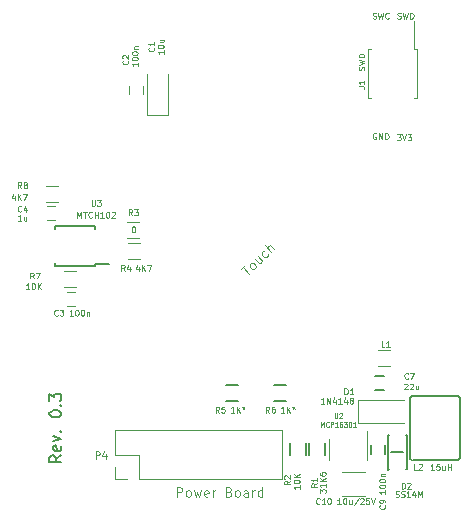
<source format=gto>
G04 #@! TF.GenerationSoftware,KiCad,Pcbnew,5.1.4-e60b266~84~ubuntu18.04.1*
G04 #@! TF.CreationDate,2019-11-18T18:01:23+02:00*
G04 #@! TF.ProjectId,livolo_1_channel_1way_eu_switch,6c69766f-6c6f-45f3-915f-6368616e6e65,rev?*
G04 #@! TF.SameCoordinates,Original*
G04 #@! TF.FileFunction,Legend,Top*
G04 #@! TF.FilePolarity,Positive*
%FSLAX46Y46*%
G04 Gerber Fmt 4.6, Leading zero omitted, Abs format (unit mm)*
G04 Created by KiCad (PCBNEW 5.1.4-e60b266~84~ubuntu18.04.1) date 2019-11-18 18:01:23*
%MOMM*%
%LPD*%
G04 APERTURE LIST*
%ADD10C,0.200000*%
%ADD11C,0.100000*%
%ADD12C,0.120000*%
%ADD13C,0.150000*%
%ADD14C,0.600000*%
%ADD15R,1.500000X1.000000*%
%ADD16R,1.000000X1.500000*%
%ADD17O,1.200000X1.600000*%
%ADD18R,1.000000X2.000000*%
%ADD19R,4.000000X2.000000*%
%ADD20R,1.200000X2.000000*%
%ADD21R,1.200000X1.400000*%
%ADD22R,0.900000X1.200000*%
%ADD23R,0.650000X1.060000*%
%ADD24C,1.500000*%
%ADD25R,1.200000X0.750000*%
%ADD26R,0.750000X1.200000*%
%ADD27R,1.200000X0.900000*%
%ADD28R,0.500000X0.900000*%
%ADD29R,1.260000X1.750000*%
%ADD30R,1.000000X1.600000*%
%ADD31R,1.450000X0.450000*%
G04 APERTURE END LIST*
D10*
X126052380Y-108609523D02*
X125576190Y-108942857D01*
X126052380Y-109180952D02*
X125052380Y-109180952D01*
X125052380Y-108800000D01*
X125100000Y-108704761D01*
X125147619Y-108657142D01*
X125242857Y-108609523D01*
X125385714Y-108609523D01*
X125480952Y-108657142D01*
X125528571Y-108704761D01*
X125576190Y-108800000D01*
X125576190Y-109180952D01*
X126004761Y-107800000D02*
X126052380Y-107895238D01*
X126052380Y-108085714D01*
X126004761Y-108180952D01*
X125909523Y-108228571D01*
X125528571Y-108228571D01*
X125433333Y-108180952D01*
X125385714Y-108085714D01*
X125385714Y-107895238D01*
X125433333Y-107800000D01*
X125528571Y-107752380D01*
X125623809Y-107752380D01*
X125719047Y-108228571D01*
X125385714Y-107419047D02*
X126052380Y-107180952D01*
X125385714Y-106942857D01*
X125957142Y-106561904D02*
X126004761Y-106514285D01*
X126052380Y-106561904D01*
X126004761Y-106609523D01*
X125957142Y-106561904D01*
X126052380Y-106561904D01*
X125052380Y-105133333D02*
X125052380Y-105038095D01*
X125100000Y-104942857D01*
X125147619Y-104895238D01*
X125242857Y-104847619D01*
X125433333Y-104800000D01*
X125671428Y-104800000D01*
X125861904Y-104847619D01*
X125957142Y-104895238D01*
X126004761Y-104942857D01*
X126052380Y-105038095D01*
X126052380Y-105133333D01*
X126004761Y-105228571D01*
X125957142Y-105276190D01*
X125861904Y-105323809D01*
X125671428Y-105371428D01*
X125433333Y-105371428D01*
X125242857Y-105323809D01*
X125147619Y-105276190D01*
X125100000Y-105228571D01*
X125052380Y-105133333D01*
X125957142Y-104371428D02*
X126004761Y-104323809D01*
X126052380Y-104371428D01*
X126004761Y-104419047D01*
X125957142Y-104371428D01*
X126052380Y-104371428D01*
X125052380Y-103990476D02*
X125052380Y-103371428D01*
X125433333Y-103704761D01*
X125433333Y-103561904D01*
X125480952Y-103466666D01*
X125528571Y-103419047D01*
X125623809Y-103371428D01*
X125861904Y-103371428D01*
X125957142Y-103419047D01*
X126004761Y-103466666D01*
X126052380Y-103561904D01*
X126052380Y-103847619D01*
X126004761Y-103942857D01*
X125957142Y-103990476D01*
D11*
X154521428Y-71602380D02*
X154592857Y-71626190D01*
X154711904Y-71626190D01*
X154759523Y-71602380D01*
X154783333Y-71578571D01*
X154807142Y-71530952D01*
X154807142Y-71483333D01*
X154783333Y-71435714D01*
X154759523Y-71411904D01*
X154711904Y-71388095D01*
X154616666Y-71364285D01*
X154569047Y-71340476D01*
X154545238Y-71316666D01*
X154521428Y-71269047D01*
X154521428Y-71221428D01*
X154545238Y-71173809D01*
X154569047Y-71150000D01*
X154616666Y-71126190D01*
X154735714Y-71126190D01*
X154807142Y-71150000D01*
X154973809Y-71126190D02*
X155092857Y-71626190D01*
X155188095Y-71269047D01*
X155283333Y-71626190D01*
X155402380Y-71126190D01*
X155592857Y-71626190D02*
X155592857Y-71126190D01*
X155711904Y-71126190D01*
X155783333Y-71150000D01*
X155830952Y-71197619D01*
X155854761Y-71245238D01*
X155878571Y-71340476D01*
X155878571Y-71411904D01*
X155854761Y-71507142D01*
X155830952Y-71554761D01*
X155783333Y-71602380D01*
X155711904Y-71626190D01*
X155592857Y-71626190D01*
X152719047Y-81350000D02*
X152671428Y-81326190D01*
X152600000Y-81326190D01*
X152528571Y-81350000D01*
X152480952Y-81397619D01*
X152457142Y-81445238D01*
X152433333Y-81540476D01*
X152433333Y-81611904D01*
X152457142Y-81707142D01*
X152480952Y-81754761D01*
X152528571Y-81802380D01*
X152600000Y-81826190D01*
X152647619Y-81826190D01*
X152719047Y-81802380D01*
X152742857Y-81778571D01*
X152742857Y-81611904D01*
X152647619Y-81611904D01*
X152957142Y-81826190D02*
X152957142Y-81326190D01*
X153242857Y-81826190D01*
X153242857Y-81326190D01*
X153480952Y-81826190D02*
X153480952Y-81326190D01*
X153600000Y-81326190D01*
X153671428Y-81350000D01*
X153719047Y-81397619D01*
X153742857Y-81445238D01*
X153766666Y-81540476D01*
X153766666Y-81611904D01*
X153742857Y-81707142D01*
X153719047Y-81754761D01*
X153671428Y-81802380D01*
X153600000Y-81826190D01*
X153480952Y-81826190D01*
X152421428Y-71602380D02*
X152492857Y-71626190D01*
X152611904Y-71626190D01*
X152659523Y-71602380D01*
X152683333Y-71578571D01*
X152707142Y-71530952D01*
X152707142Y-71483333D01*
X152683333Y-71435714D01*
X152659523Y-71411904D01*
X152611904Y-71388095D01*
X152516666Y-71364285D01*
X152469047Y-71340476D01*
X152445238Y-71316666D01*
X152421428Y-71269047D01*
X152421428Y-71221428D01*
X152445238Y-71173809D01*
X152469047Y-71150000D01*
X152516666Y-71126190D01*
X152635714Y-71126190D01*
X152707142Y-71150000D01*
X152873809Y-71126190D02*
X152992857Y-71626190D01*
X153088095Y-71269047D01*
X153183333Y-71626190D01*
X153302380Y-71126190D01*
X153778571Y-71578571D02*
X153754761Y-71602380D01*
X153683333Y-71626190D01*
X153635714Y-71626190D01*
X153564285Y-71602380D01*
X153516666Y-71554761D01*
X153492857Y-71507142D01*
X153469047Y-71411904D01*
X153469047Y-71340476D01*
X153492857Y-71245238D01*
X153516666Y-71197619D01*
X153564285Y-71150000D01*
X153635714Y-71126190D01*
X153683333Y-71126190D01*
X153754761Y-71150000D01*
X153778571Y-71173809D01*
X154480952Y-81426190D02*
X154790476Y-81426190D01*
X154623809Y-81616666D01*
X154695238Y-81616666D01*
X154742857Y-81640476D01*
X154766666Y-81664285D01*
X154790476Y-81711904D01*
X154790476Y-81830952D01*
X154766666Y-81878571D01*
X154742857Y-81902380D01*
X154695238Y-81926190D01*
X154552380Y-81926190D01*
X154504761Y-81902380D01*
X154480952Y-81878571D01*
X154933333Y-81426190D02*
X155100000Y-81926190D01*
X155266666Y-81426190D01*
X155385714Y-81426190D02*
X155695238Y-81426190D01*
X155528571Y-81616666D01*
X155600000Y-81616666D01*
X155647619Y-81640476D01*
X155671428Y-81664285D01*
X155695238Y-81711904D01*
X155695238Y-81830952D01*
X155671428Y-81878571D01*
X155647619Y-81902380D01*
X155600000Y-81926190D01*
X155457142Y-81926190D01*
X155409523Y-81902380D01*
X155385714Y-81878571D01*
D12*
X130590000Y-110610000D02*
X130590000Y-109550000D01*
X131650000Y-110610000D02*
X130590000Y-110610000D01*
X132650000Y-108550000D02*
X132650000Y-110610000D01*
X130590000Y-108550000D02*
X132650000Y-108550000D01*
X130590000Y-106490000D02*
X130590000Y-108550000D01*
X144710000Y-106490000D02*
X130590000Y-106490000D01*
X144710000Y-110610000D02*
X144710000Y-106490000D01*
X132650000Y-110610000D02*
X144710000Y-110610000D01*
X155900000Y-71800000D02*
X155900000Y-74240000D01*
X152040000Y-78360000D02*
X152300000Y-78360000D01*
X152040000Y-74240000D02*
X152040000Y-78360000D01*
X152300000Y-74240000D02*
X152040000Y-74240000D01*
X156160000Y-78360000D02*
X155900000Y-78360000D01*
X156160000Y-74240000D02*
X156160000Y-78360000D01*
X155900000Y-74240000D02*
X156160000Y-74240000D01*
D13*
X155600000Y-108875000D02*
X155775000Y-109000000D01*
X159800000Y-108850000D02*
X159675000Y-109000000D01*
X159675000Y-109000000D02*
X155800000Y-109000000D01*
X159800000Y-103650000D02*
X159600000Y-103550000D01*
X159800000Y-108850000D02*
X159800000Y-103650000D01*
X155800000Y-103550000D02*
X159600000Y-103550000D01*
X155600000Y-108875000D02*
X155600000Y-103675000D01*
X155600000Y-103675000D02*
X155800000Y-103550000D01*
D10*
X155000000Y-108300000D02*
X154000000Y-108300000D01*
D13*
X155300000Y-109800000D02*
X155200000Y-109800000D01*
X155300000Y-106900000D02*
X155300000Y-109800000D01*
X153700000Y-106900000D02*
X153700000Y-109801723D01*
X153800000Y-109800000D02*
X153700000Y-109800000D01*
X153800000Y-106900000D02*
X153700000Y-106900000D01*
X155300000Y-106900000D02*
X155200000Y-106900000D01*
X145425000Y-108600000D02*
X145425000Y-107600000D01*
X146775000Y-107600000D02*
X146775000Y-108600000D01*
D12*
X151910000Y-109000000D02*
X151910000Y-106550000D01*
X148690000Y-107200000D02*
X148690000Y-109000000D01*
D13*
X153350000Y-103100000D02*
X152650000Y-103100000D01*
X152650000Y-101900000D02*
X153350000Y-101900000D01*
X152300000Y-108450000D02*
X152300000Y-107750000D01*
X153500000Y-107750000D02*
X153500000Y-108450000D01*
D12*
X151150000Y-103900000D02*
X155050000Y-103900000D01*
X151150000Y-105900000D02*
X155050000Y-105900000D01*
X151150000Y-103900000D02*
X151150000Y-105900000D01*
D13*
X148375000Y-107600000D02*
X148375000Y-108600000D01*
X147025000Y-108600000D02*
X147025000Y-107600000D01*
X141000000Y-103975000D02*
X140000000Y-103975000D01*
X140000000Y-102625000D02*
X141000000Y-102625000D01*
X144100000Y-102625000D02*
X145100000Y-102625000D01*
X145100000Y-103975000D02*
X144100000Y-103975000D01*
D12*
X153900000Y-101080000D02*
X152900000Y-101080000D01*
X152900000Y-99720000D02*
X153900000Y-99720000D01*
X133300000Y-79750000D02*
X135100000Y-79750000D01*
X135100000Y-79750000D02*
X135100000Y-76300000D01*
X133300000Y-79750000D02*
X133300000Y-76300000D01*
X131800000Y-78050000D02*
X131800000Y-77350000D01*
X133000000Y-77350000D02*
X133000000Y-78050000D01*
X149800000Y-112020000D02*
X151800000Y-112020000D01*
X151800000Y-109980000D02*
X149800000Y-109980000D01*
X126550000Y-94800000D02*
X127250000Y-94800000D01*
X127250000Y-96000000D02*
X126550000Y-96000000D01*
X125550000Y-88700000D02*
X124850000Y-88700000D01*
X124850000Y-87500000D02*
X125550000Y-87500000D01*
X132650000Y-90180000D02*
X131650000Y-90180000D01*
X131650000Y-88820000D02*
X132650000Y-88820000D01*
X131700000Y-90620000D02*
X132700000Y-90620000D01*
X132700000Y-91980000D02*
X131700000Y-91980000D01*
X126300000Y-93020000D02*
X127300000Y-93020000D01*
X127300000Y-94380000D02*
X126300000Y-94380000D01*
X124750000Y-85820000D02*
X125750000Y-85820000D01*
X125750000Y-87180000D02*
X124750000Y-87180000D01*
D13*
X128875000Y-92400000D02*
X130125000Y-92400000D01*
X128875000Y-89225000D02*
X125525000Y-89225000D01*
X128875000Y-92575000D02*
X125525000Y-92575000D01*
X128875000Y-89225000D02*
X128875000Y-89475000D01*
X125525000Y-89225000D02*
X125525000Y-89475000D01*
X125525000Y-92575000D02*
X125525000Y-92325000D01*
X128875000Y-92575000D02*
X128875000Y-92400000D01*
D11*
X128957142Y-108871428D02*
X128957142Y-108271428D01*
X129185714Y-108271428D01*
X129242857Y-108300000D01*
X129271428Y-108328571D01*
X129300000Y-108385714D01*
X129300000Y-108471428D01*
X129271428Y-108528571D01*
X129242857Y-108557142D01*
X129185714Y-108585714D01*
X128957142Y-108585714D01*
X129814285Y-108471428D02*
X129814285Y-108871428D01*
X129671428Y-108242857D02*
X129528571Y-108671428D01*
X129900000Y-108671428D01*
D12*
X135830952Y-112111904D02*
X135830952Y-111311904D01*
X136135714Y-111311904D01*
X136211904Y-111350000D01*
X136250000Y-111388095D01*
X136288095Y-111464285D01*
X136288095Y-111578571D01*
X136250000Y-111654761D01*
X136211904Y-111692857D01*
X136135714Y-111730952D01*
X135830952Y-111730952D01*
X136745238Y-112111904D02*
X136669047Y-112073809D01*
X136630952Y-112035714D01*
X136592857Y-111959523D01*
X136592857Y-111730952D01*
X136630952Y-111654761D01*
X136669047Y-111616666D01*
X136745238Y-111578571D01*
X136859523Y-111578571D01*
X136935714Y-111616666D01*
X136973809Y-111654761D01*
X137011904Y-111730952D01*
X137011904Y-111959523D01*
X136973809Y-112035714D01*
X136935714Y-112073809D01*
X136859523Y-112111904D01*
X136745238Y-112111904D01*
X137278571Y-111578571D02*
X137430952Y-112111904D01*
X137583333Y-111730952D01*
X137735714Y-112111904D01*
X137888095Y-111578571D01*
X138497619Y-112073809D02*
X138421428Y-112111904D01*
X138269047Y-112111904D01*
X138192857Y-112073809D01*
X138154761Y-111997619D01*
X138154761Y-111692857D01*
X138192857Y-111616666D01*
X138269047Y-111578571D01*
X138421428Y-111578571D01*
X138497619Y-111616666D01*
X138535714Y-111692857D01*
X138535714Y-111769047D01*
X138154761Y-111845238D01*
X138878571Y-112111904D02*
X138878571Y-111578571D01*
X138878571Y-111730952D02*
X138916666Y-111654761D01*
X138954761Y-111616666D01*
X139030952Y-111578571D01*
X139107142Y-111578571D01*
X140250000Y-111692857D02*
X140364285Y-111730952D01*
X140402380Y-111769047D01*
X140440476Y-111845238D01*
X140440476Y-111959523D01*
X140402380Y-112035714D01*
X140364285Y-112073809D01*
X140288095Y-112111904D01*
X139983333Y-112111904D01*
X139983333Y-111311904D01*
X140250000Y-111311904D01*
X140326190Y-111350000D01*
X140364285Y-111388095D01*
X140402380Y-111464285D01*
X140402380Y-111540476D01*
X140364285Y-111616666D01*
X140326190Y-111654761D01*
X140250000Y-111692857D01*
X139983333Y-111692857D01*
X140897619Y-112111904D02*
X140821428Y-112073809D01*
X140783333Y-112035714D01*
X140745238Y-111959523D01*
X140745238Y-111730952D01*
X140783333Y-111654761D01*
X140821428Y-111616666D01*
X140897619Y-111578571D01*
X141011904Y-111578571D01*
X141088095Y-111616666D01*
X141126190Y-111654761D01*
X141164285Y-111730952D01*
X141164285Y-111959523D01*
X141126190Y-112035714D01*
X141088095Y-112073809D01*
X141011904Y-112111904D01*
X140897619Y-112111904D01*
X141850000Y-112111904D02*
X141850000Y-111692857D01*
X141811904Y-111616666D01*
X141735714Y-111578571D01*
X141583333Y-111578571D01*
X141507142Y-111616666D01*
X141850000Y-112073809D02*
X141773809Y-112111904D01*
X141583333Y-112111904D01*
X141507142Y-112073809D01*
X141469047Y-111997619D01*
X141469047Y-111921428D01*
X141507142Y-111845238D01*
X141583333Y-111807142D01*
X141773809Y-111807142D01*
X141850000Y-111769047D01*
X142230952Y-112111904D02*
X142230952Y-111578571D01*
X142230952Y-111730952D02*
X142269047Y-111654761D01*
X142307142Y-111616666D01*
X142383333Y-111578571D01*
X142459523Y-111578571D01*
X143069047Y-112111904D02*
X143069047Y-111311904D01*
X143069047Y-112073809D02*
X142992857Y-112111904D01*
X142840476Y-112111904D01*
X142764285Y-112073809D01*
X142726190Y-112035714D01*
X142688095Y-111959523D01*
X142688095Y-111730952D01*
X142726190Y-111654761D01*
X142764285Y-111616666D01*
X142840476Y-111578571D01*
X142992857Y-111578571D01*
X143069047Y-111616666D01*
D11*
X151226190Y-77366666D02*
X151583333Y-77366666D01*
X151654761Y-77390476D01*
X151702380Y-77438095D01*
X151726190Y-77509523D01*
X151726190Y-77557142D01*
X151726190Y-76866666D02*
X151726190Y-77152380D01*
X151726190Y-77009523D02*
X151226190Y-77009523D01*
X151297619Y-77057142D01*
X151345238Y-77104761D01*
X151369047Y-77152380D01*
X151702380Y-75978571D02*
X151726190Y-75907142D01*
X151726190Y-75788095D01*
X151702380Y-75740476D01*
X151678571Y-75716666D01*
X151630952Y-75692857D01*
X151583333Y-75692857D01*
X151535714Y-75716666D01*
X151511904Y-75740476D01*
X151488095Y-75788095D01*
X151464285Y-75883333D01*
X151440476Y-75930952D01*
X151416666Y-75954761D01*
X151369047Y-75978571D01*
X151321428Y-75978571D01*
X151273809Y-75954761D01*
X151250000Y-75930952D01*
X151226190Y-75883333D01*
X151226190Y-75764285D01*
X151250000Y-75692857D01*
X151226190Y-75526190D02*
X151726190Y-75407142D01*
X151369047Y-75311904D01*
X151726190Y-75216666D01*
X151226190Y-75097619D01*
X151726190Y-74907142D02*
X151226190Y-74907142D01*
X151226190Y-74788095D01*
X151250000Y-74716666D01*
X151297619Y-74669047D01*
X151345238Y-74645238D01*
X151440476Y-74621428D01*
X151511904Y-74621428D01*
X151607142Y-74645238D01*
X151654761Y-74669047D01*
X151702380Y-74716666D01*
X151726190Y-74788095D01*
X151726190Y-74907142D01*
X156166666Y-109826190D02*
X155928571Y-109826190D01*
X155928571Y-109326190D01*
X156309523Y-109373809D02*
X156333333Y-109350000D01*
X156380952Y-109326190D01*
X156500000Y-109326190D01*
X156547619Y-109350000D01*
X156571428Y-109373809D01*
X156595238Y-109421428D01*
X156595238Y-109469047D01*
X156571428Y-109540476D01*
X156285714Y-109826190D01*
X156595238Y-109826190D01*
X157616666Y-109826190D02*
X157330952Y-109826190D01*
X157473809Y-109826190D02*
X157473809Y-109326190D01*
X157426190Y-109397619D01*
X157378571Y-109445238D01*
X157330952Y-109469047D01*
X158069047Y-109326190D02*
X157830952Y-109326190D01*
X157807142Y-109564285D01*
X157830952Y-109540476D01*
X157878571Y-109516666D01*
X157997619Y-109516666D01*
X158045238Y-109540476D01*
X158069047Y-109564285D01*
X158092857Y-109611904D01*
X158092857Y-109730952D01*
X158069047Y-109778571D01*
X158045238Y-109802380D01*
X157997619Y-109826190D01*
X157878571Y-109826190D01*
X157830952Y-109802380D01*
X157807142Y-109778571D01*
X158521428Y-109492857D02*
X158521428Y-109826190D01*
X158307142Y-109492857D02*
X158307142Y-109754761D01*
X158330952Y-109802380D01*
X158378571Y-109826190D01*
X158450000Y-109826190D01*
X158497619Y-109802380D01*
X158521428Y-109778571D01*
X158759523Y-109826190D02*
X158759523Y-109326190D01*
X158759523Y-109564285D02*
X159045238Y-109564285D01*
X159045238Y-109826190D02*
X159045238Y-109326190D01*
X154880952Y-111426190D02*
X154880952Y-110926190D01*
X155000000Y-110926190D01*
X155071428Y-110950000D01*
X155119047Y-110997619D01*
X155142857Y-111045238D01*
X155166666Y-111140476D01*
X155166666Y-111211904D01*
X155142857Y-111307142D01*
X155119047Y-111354761D01*
X155071428Y-111402380D01*
X155000000Y-111426190D01*
X154880952Y-111426190D01*
X155357142Y-110973809D02*
X155380952Y-110950000D01*
X155428571Y-110926190D01*
X155547619Y-110926190D01*
X155595238Y-110950000D01*
X155619047Y-110973809D01*
X155642857Y-111021428D01*
X155642857Y-111069047D01*
X155619047Y-111140476D01*
X155333333Y-111426190D01*
X155642857Y-111426190D01*
X154357142Y-112102380D02*
X154428571Y-112126190D01*
X154547619Y-112126190D01*
X154595238Y-112102380D01*
X154619047Y-112078571D01*
X154642857Y-112030952D01*
X154642857Y-111983333D01*
X154619047Y-111935714D01*
X154595238Y-111911904D01*
X154547619Y-111888095D01*
X154452380Y-111864285D01*
X154404761Y-111840476D01*
X154380952Y-111816666D01*
X154357142Y-111769047D01*
X154357142Y-111721428D01*
X154380952Y-111673809D01*
X154404761Y-111650000D01*
X154452380Y-111626190D01*
X154571428Y-111626190D01*
X154642857Y-111650000D01*
X154833333Y-112102380D02*
X154904761Y-112126190D01*
X155023809Y-112126190D01*
X155071428Y-112102380D01*
X155095238Y-112078571D01*
X155119047Y-112030952D01*
X155119047Y-111983333D01*
X155095238Y-111935714D01*
X155071428Y-111911904D01*
X155023809Y-111888095D01*
X154928571Y-111864285D01*
X154880952Y-111840476D01*
X154857142Y-111816666D01*
X154833333Y-111769047D01*
X154833333Y-111721428D01*
X154857142Y-111673809D01*
X154880952Y-111650000D01*
X154928571Y-111626190D01*
X155047619Y-111626190D01*
X155119047Y-111650000D01*
X155595238Y-112126190D02*
X155309523Y-112126190D01*
X155452380Y-112126190D02*
X155452380Y-111626190D01*
X155404761Y-111697619D01*
X155357142Y-111745238D01*
X155309523Y-111769047D01*
X156023809Y-111792857D02*
X156023809Y-112126190D01*
X155904761Y-111602380D02*
X155785714Y-111959523D01*
X156095238Y-111959523D01*
X156285714Y-112126190D02*
X156285714Y-111626190D01*
X156452380Y-111983333D01*
X156619047Y-111626190D01*
X156619047Y-112126190D01*
X145426190Y-110783333D02*
X145188095Y-110950000D01*
X145426190Y-111069047D02*
X144926190Y-111069047D01*
X144926190Y-110878571D01*
X144950000Y-110830952D01*
X144973809Y-110807142D01*
X145021428Y-110783333D01*
X145092857Y-110783333D01*
X145140476Y-110807142D01*
X145164285Y-110830952D01*
X145188095Y-110878571D01*
X145188095Y-111069047D01*
X144973809Y-110592857D02*
X144950000Y-110569047D01*
X144926190Y-110521428D01*
X144926190Y-110402380D01*
X144950000Y-110354761D01*
X144973809Y-110330952D01*
X145021428Y-110307142D01*
X145069047Y-110307142D01*
X145140476Y-110330952D01*
X145426190Y-110616666D01*
X145426190Y-110307142D01*
X146226190Y-111145238D02*
X146226190Y-111430952D01*
X146226190Y-111288095D02*
X145726190Y-111288095D01*
X145797619Y-111335714D01*
X145845238Y-111383333D01*
X145869047Y-111430952D01*
X145726190Y-110835714D02*
X145726190Y-110788095D01*
X145750000Y-110740476D01*
X145773809Y-110716666D01*
X145821428Y-110692857D01*
X145916666Y-110669047D01*
X146035714Y-110669047D01*
X146130952Y-110692857D01*
X146178571Y-110716666D01*
X146202380Y-110740476D01*
X146226190Y-110788095D01*
X146226190Y-110835714D01*
X146202380Y-110883333D01*
X146178571Y-110907142D01*
X146130952Y-110930952D01*
X146035714Y-110954761D01*
X145916666Y-110954761D01*
X145821428Y-110930952D01*
X145773809Y-110907142D01*
X145750000Y-110883333D01*
X145726190Y-110835714D01*
X146226190Y-110454761D02*
X145726190Y-110454761D01*
X146226190Y-110169047D02*
X145940476Y-110383333D01*
X145726190Y-110169047D02*
X146011904Y-110454761D01*
X149195238Y-105030952D02*
X149195238Y-105354761D01*
X149214285Y-105392857D01*
X149233333Y-105411904D01*
X149271428Y-105430952D01*
X149347619Y-105430952D01*
X149385714Y-105411904D01*
X149404761Y-105392857D01*
X149423809Y-105354761D01*
X149423809Y-105030952D01*
X149595238Y-105069047D02*
X149614285Y-105050000D01*
X149652380Y-105030952D01*
X149747619Y-105030952D01*
X149785714Y-105050000D01*
X149804761Y-105069047D01*
X149823809Y-105107142D01*
X149823809Y-105145238D01*
X149804761Y-105202380D01*
X149576190Y-105430952D01*
X149823809Y-105430952D01*
X148014285Y-106180952D02*
X148014285Y-105780952D01*
X148147619Y-106066666D01*
X148280952Y-105780952D01*
X148280952Y-106180952D01*
X148700000Y-106142857D02*
X148680952Y-106161904D01*
X148623809Y-106180952D01*
X148585714Y-106180952D01*
X148528571Y-106161904D01*
X148490476Y-106123809D01*
X148471428Y-106085714D01*
X148452380Y-106009523D01*
X148452380Y-105952380D01*
X148471428Y-105876190D01*
X148490476Y-105838095D01*
X148528571Y-105800000D01*
X148585714Y-105780952D01*
X148623809Y-105780952D01*
X148680952Y-105800000D01*
X148700000Y-105819047D01*
X148871428Y-106180952D02*
X148871428Y-105780952D01*
X149023809Y-105780952D01*
X149061904Y-105800000D01*
X149080952Y-105819047D01*
X149100000Y-105857142D01*
X149100000Y-105914285D01*
X149080952Y-105952380D01*
X149061904Y-105971428D01*
X149023809Y-105990476D01*
X148871428Y-105990476D01*
X149480952Y-106180952D02*
X149252380Y-106180952D01*
X149366666Y-106180952D02*
X149366666Y-105780952D01*
X149328571Y-105838095D01*
X149290476Y-105876190D01*
X149252380Y-105895238D01*
X149823809Y-105780952D02*
X149747619Y-105780952D01*
X149709523Y-105800000D01*
X149690476Y-105819047D01*
X149652380Y-105876190D01*
X149633333Y-105952380D01*
X149633333Y-106104761D01*
X149652380Y-106142857D01*
X149671428Y-106161904D01*
X149709523Y-106180952D01*
X149785714Y-106180952D01*
X149823809Y-106161904D01*
X149842857Y-106142857D01*
X149861904Y-106104761D01*
X149861904Y-106009523D01*
X149842857Y-105971428D01*
X149823809Y-105952380D01*
X149785714Y-105933333D01*
X149709523Y-105933333D01*
X149671428Y-105952380D01*
X149652380Y-105971428D01*
X149633333Y-106009523D01*
X149995238Y-105780952D02*
X150242857Y-105780952D01*
X150109523Y-105933333D01*
X150166666Y-105933333D01*
X150204761Y-105952380D01*
X150223809Y-105971428D01*
X150242857Y-106009523D01*
X150242857Y-106104761D01*
X150223809Y-106142857D01*
X150204761Y-106161904D01*
X150166666Y-106180952D01*
X150052380Y-106180952D01*
X150014285Y-106161904D01*
X149995238Y-106142857D01*
X150490476Y-105780952D02*
X150528571Y-105780952D01*
X150566666Y-105800000D01*
X150585714Y-105819047D01*
X150604761Y-105857142D01*
X150623809Y-105933333D01*
X150623809Y-106028571D01*
X150604761Y-106104761D01*
X150585714Y-106142857D01*
X150566666Y-106161904D01*
X150528571Y-106180952D01*
X150490476Y-106180952D01*
X150452380Y-106161904D01*
X150433333Y-106142857D01*
X150414285Y-106104761D01*
X150395238Y-106028571D01*
X150395238Y-105933333D01*
X150414285Y-105857142D01*
X150433333Y-105819047D01*
X150452380Y-105800000D01*
X150490476Y-105780952D01*
X151004761Y-106180952D02*
X150776190Y-106180952D01*
X150890476Y-106180952D02*
X150890476Y-105780952D01*
X150852380Y-105838095D01*
X150814285Y-105876190D01*
X150776190Y-105895238D01*
X155416666Y-102078571D02*
X155392857Y-102102380D01*
X155321428Y-102126190D01*
X155273809Y-102126190D01*
X155202380Y-102102380D01*
X155154761Y-102054761D01*
X155130952Y-102007142D01*
X155107142Y-101911904D01*
X155107142Y-101840476D01*
X155130952Y-101745238D01*
X155154761Y-101697619D01*
X155202380Y-101650000D01*
X155273809Y-101626190D01*
X155321428Y-101626190D01*
X155392857Y-101650000D01*
X155416666Y-101673809D01*
X155583333Y-101626190D02*
X155916666Y-101626190D01*
X155702380Y-102126190D01*
X155092857Y-102573809D02*
X155116666Y-102550000D01*
X155164285Y-102526190D01*
X155283333Y-102526190D01*
X155330952Y-102550000D01*
X155354761Y-102573809D01*
X155378571Y-102621428D01*
X155378571Y-102669047D01*
X155354761Y-102740476D01*
X155069047Y-103026190D01*
X155378571Y-103026190D01*
X155569047Y-102573809D02*
X155592857Y-102550000D01*
X155640476Y-102526190D01*
X155759523Y-102526190D01*
X155807142Y-102550000D01*
X155830952Y-102573809D01*
X155854761Y-102621428D01*
X155854761Y-102669047D01*
X155830952Y-102740476D01*
X155545238Y-103026190D01*
X155854761Y-103026190D01*
X156283333Y-102692857D02*
X156283333Y-103026190D01*
X156069047Y-102692857D02*
X156069047Y-102954761D01*
X156092857Y-103002380D01*
X156140476Y-103026190D01*
X156211904Y-103026190D01*
X156259523Y-103002380D01*
X156283333Y-102978571D01*
X153428571Y-112833333D02*
X153452380Y-112857142D01*
X153476190Y-112928571D01*
X153476190Y-112976190D01*
X153452380Y-113047619D01*
X153404761Y-113095238D01*
X153357142Y-113119047D01*
X153261904Y-113142857D01*
X153190476Y-113142857D01*
X153095238Y-113119047D01*
X153047619Y-113095238D01*
X153000000Y-113047619D01*
X152976190Y-112976190D01*
X152976190Y-112928571D01*
X153000000Y-112857142D01*
X153023809Y-112833333D01*
X153476190Y-112595238D02*
X153476190Y-112500000D01*
X153452380Y-112452380D01*
X153428571Y-112428571D01*
X153357142Y-112380952D01*
X153261904Y-112357142D01*
X153071428Y-112357142D01*
X153023809Y-112380952D01*
X153000000Y-112404761D01*
X152976190Y-112452380D01*
X152976190Y-112547619D01*
X153000000Y-112595238D01*
X153023809Y-112619047D01*
X153071428Y-112642857D01*
X153190476Y-112642857D01*
X153238095Y-112619047D01*
X153261904Y-112595238D01*
X153285714Y-112547619D01*
X153285714Y-112452380D01*
X153261904Y-112404761D01*
X153238095Y-112380952D01*
X153190476Y-112357142D01*
X153476190Y-111559523D02*
X153476190Y-111845238D01*
X153476190Y-111702380D02*
X152976190Y-111702380D01*
X153047619Y-111750000D01*
X153095238Y-111797619D01*
X153119047Y-111845238D01*
X152976190Y-111250000D02*
X152976190Y-111202380D01*
X153000000Y-111154761D01*
X153023809Y-111130952D01*
X153071428Y-111107142D01*
X153166666Y-111083333D01*
X153285714Y-111083333D01*
X153380952Y-111107142D01*
X153428571Y-111130952D01*
X153452380Y-111154761D01*
X153476190Y-111202380D01*
X153476190Y-111250000D01*
X153452380Y-111297619D01*
X153428571Y-111321428D01*
X153380952Y-111345238D01*
X153285714Y-111369047D01*
X153166666Y-111369047D01*
X153071428Y-111345238D01*
X153023809Y-111321428D01*
X153000000Y-111297619D01*
X152976190Y-111250000D01*
X152976190Y-110773809D02*
X152976190Y-110726190D01*
X153000000Y-110678571D01*
X153023809Y-110654761D01*
X153071428Y-110630952D01*
X153166666Y-110607142D01*
X153285714Y-110607142D01*
X153380952Y-110630952D01*
X153428571Y-110654761D01*
X153452380Y-110678571D01*
X153476190Y-110726190D01*
X153476190Y-110773809D01*
X153452380Y-110821428D01*
X153428571Y-110845238D01*
X153380952Y-110869047D01*
X153285714Y-110892857D01*
X153166666Y-110892857D01*
X153071428Y-110869047D01*
X153023809Y-110845238D01*
X153000000Y-110821428D01*
X152976190Y-110773809D01*
X153142857Y-110392857D02*
X153476190Y-110392857D01*
X153190476Y-110392857D02*
X153166666Y-110369047D01*
X153142857Y-110321428D01*
X153142857Y-110250000D01*
X153166666Y-110202380D01*
X153214285Y-110178571D01*
X153476190Y-110178571D01*
X150030952Y-103426190D02*
X150030952Y-102926190D01*
X150150000Y-102926190D01*
X150221428Y-102950000D01*
X150269047Y-102997619D01*
X150292857Y-103045238D01*
X150316666Y-103140476D01*
X150316666Y-103211904D01*
X150292857Y-103307142D01*
X150269047Y-103354761D01*
X150221428Y-103402380D01*
X150150000Y-103426190D01*
X150030952Y-103426190D01*
X150792857Y-103426190D02*
X150507142Y-103426190D01*
X150650000Y-103426190D02*
X150650000Y-102926190D01*
X150602380Y-102997619D01*
X150554761Y-103045238D01*
X150507142Y-103069047D01*
X148328571Y-104226190D02*
X148042857Y-104226190D01*
X148185714Y-104226190D02*
X148185714Y-103726190D01*
X148138095Y-103797619D01*
X148090476Y-103845238D01*
X148042857Y-103869047D01*
X148542857Y-104226190D02*
X148542857Y-103726190D01*
X148828571Y-104226190D01*
X148828571Y-103726190D01*
X149280952Y-103892857D02*
X149280952Y-104226190D01*
X149161904Y-103702380D02*
X149042857Y-104059523D01*
X149352380Y-104059523D01*
X149804761Y-104226190D02*
X149519047Y-104226190D01*
X149661904Y-104226190D02*
X149661904Y-103726190D01*
X149614285Y-103797619D01*
X149566666Y-103845238D01*
X149519047Y-103869047D01*
X150233333Y-103892857D02*
X150233333Y-104226190D01*
X150114285Y-103702380D02*
X149995238Y-104059523D01*
X150304761Y-104059523D01*
X150566666Y-103940476D02*
X150519047Y-103916666D01*
X150495238Y-103892857D01*
X150471428Y-103845238D01*
X150471428Y-103821428D01*
X150495238Y-103773809D01*
X150519047Y-103750000D01*
X150566666Y-103726190D01*
X150661904Y-103726190D01*
X150709523Y-103750000D01*
X150733333Y-103773809D01*
X150757142Y-103821428D01*
X150757142Y-103845238D01*
X150733333Y-103892857D01*
X150709523Y-103916666D01*
X150661904Y-103940476D01*
X150566666Y-103940476D01*
X150519047Y-103964285D01*
X150495238Y-103988095D01*
X150471428Y-104035714D01*
X150471428Y-104130952D01*
X150495238Y-104178571D01*
X150519047Y-104202380D01*
X150566666Y-104226190D01*
X150661904Y-104226190D01*
X150709523Y-104202380D01*
X150733333Y-104178571D01*
X150757142Y-104130952D01*
X150757142Y-104035714D01*
X150733333Y-103988095D01*
X150709523Y-103964285D01*
X150661904Y-103940476D01*
X147726190Y-110983333D02*
X147488095Y-111150000D01*
X147726190Y-111269047D02*
X147226190Y-111269047D01*
X147226190Y-111078571D01*
X147250000Y-111030952D01*
X147273809Y-111007142D01*
X147321428Y-110983333D01*
X147392857Y-110983333D01*
X147440476Y-111007142D01*
X147464285Y-111030952D01*
X147488095Y-111078571D01*
X147488095Y-111269047D01*
X147726190Y-110507142D02*
X147726190Y-110792857D01*
X147726190Y-110650000D02*
X147226190Y-110650000D01*
X147297619Y-110697619D01*
X147345238Y-110745238D01*
X147369047Y-110792857D01*
X147926190Y-111792857D02*
X147926190Y-111483333D01*
X148116666Y-111650000D01*
X148116666Y-111578571D01*
X148140476Y-111530952D01*
X148164285Y-111507142D01*
X148211904Y-111483333D01*
X148330952Y-111483333D01*
X148378571Y-111507142D01*
X148402380Y-111530952D01*
X148426190Y-111578571D01*
X148426190Y-111721428D01*
X148402380Y-111769047D01*
X148378571Y-111792857D01*
X148426190Y-111007142D02*
X148426190Y-111292857D01*
X148426190Y-111150000D02*
X147926190Y-111150000D01*
X147997619Y-111197619D01*
X148045238Y-111245238D01*
X148069047Y-111292857D01*
X148426190Y-110792857D02*
X147926190Y-110792857D01*
X148426190Y-110507142D02*
X148140476Y-110721428D01*
X147926190Y-110507142D02*
X148211904Y-110792857D01*
X147926190Y-110078571D02*
X147926190Y-110173809D01*
X147950000Y-110221428D01*
X147973809Y-110245238D01*
X148045238Y-110292857D01*
X148140476Y-110316666D01*
X148330952Y-110316666D01*
X148378571Y-110292857D01*
X148402380Y-110269047D01*
X148426190Y-110221428D01*
X148426190Y-110126190D01*
X148402380Y-110078571D01*
X148378571Y-110054761D01*
X148330952Y-110030952D01*
X148211904Y-110030952D01*
X148164285Y-110054761D01*
X148140476Y-110078571D01*
X148116666Y-110126190D01*
X148116666Y-110221428D01*
X148140476Y-110269047D01*
X148164285Y-110292857D01*
X148211904Y-110316666D01*
X139416666Y-104976190D02*
X139250000Y-104738095D01*
X139130952Y-104976190D02*
X139130952Y-104476190D01*
X139321428Y-104476190D01*
X139369047Y-104500000D01*
X139392857Y-104523809D01*
X139416666Y-104571428D01*
X139416666Y-104642857D01*
X139392857Y-104690476D01*
X139369047Y-104714285D01*
X139321428Y-104738095D01*
X139130952Y-104738095D01*
X139869047Y-104476190D02*
X139630952Y-104476190D01*
X139607142Y-104714285D01*
X139630952Y-104690476D01*
X139678571Y-104666666D01*
X139797619Y-104666666D01*
X139845238Y-104690476D01*
X139869047Y-104714285D01*
X139892857Y-104761904D01*
X139892857Y-104880952D01*
X139869047Y-104928571D01*
X139845238Y-104952380D01*
X139797619Y-104976190D01*
X139678571Y-104976190D01*
X139630952Y-104952380D01*
X139607142Y-104928571D01*
X140702380Y-104976190D02*
X140416666Y-104976190D01*
X140559523Y-104976190D02*
X140559523Y-104476190D01*
X140511904Y-104547619D01*
X140464285Y-104595238D01*
X140416666Y-104619047D01*
X140916666Y-104976190D02*
X140916666Y-104476190D01*
X141202380Y-104976190D02*
X140988095Y-104690476D01*
X141202380Y-104476190D02*
X140916666Y-104761904D01*
X141488095Y-104476190D02*
X141488095Y-104595238D01*
X141369047Y-104547619D02*
X141488095Y-104595238D01*
X141607142Y-104547619D01*
X141416666Y-104690476D02*
X141488095Y-104595238D01*
X141559523Y-104690476D01*
X143666666Y-104976190D02*
X143500000Y-104738095D01*
X143380952Y-104976190D02*
X143380952Y-104476190D01*
X143571428Y-104476190D01*
X143619047Y-104500000D01*
X143642857Y-104523809D01*
X143666666Y-104571428D01*
X143666666Y-104642857D01*
X143642857Y-104690476D01*
X143619047Y-104714285D01*
X143571428Y-104738095D01*
X143380952Y-104738095D01*
X144095238Y-104476190D02*
X144000000Y-104476190D01*
X143952380Y-104500000D01*
X143928571Y-104523809D01*
X143880952Y-104595238D01*
X143857142Y-104690476D01*
X143857142Y-104880952D01*
X143880952Y-104928571D01*
X143904761Y-104952380D01*
X143952380Y-104976190D01*
X144047619Y-104976190D01*
X144095238Y-104952380D01*
X144119047Y-104928571D01*
X144142857Y-104880952D01*
X144142857Y-104761904D01*
X144119047Y-104714285D01*
X144095238Y-104690476D01*
X144047619Y-104666666D01*
X143952380Y-104666666D01*
X143904761Y-104690476D01*
X143880952Y-104714285D01*
X143857142Y-104761904D01*
X144952380Y-104976190D02*
X144666666Y-104976190D01*
X144809523Y-104976190D02*
X144809523Y-104476190D01*
X144761904Y-104547619D01*
X144714285Y-104595238D01*
X144666666Y-104619047D01*
X145166666Y-104976190D02*
X145166666Y-104476190D01*
X145452380Y-104976190D02*
X145238095Y-104690476D01*
X145452380Y-104476190D02*
X145166666Y-104761904D01*
X145738095Y-104476190D02*
X145738095Y-104595238D01*
X145619047Y-104547619D02*
X145738095Y-104595238D01*
X145857142Y-104547619D01*
X145666666Y-104690476D02*
X145738095Y-104595238D01*
X145809523Y-104690476D01*
X153416666Y-99426190D02*
X153178571Y-99426190D01*
X153178571Y-98926190D01*
X153845238Y-99426190D02*
X153559523Y-99426190D01*
X153702380Y-99426190D02*
X153702380Y-98926190D01*
X153654761Y-98997619D01*
X153607142Y-99045238D01*
X153559523Y-99069047D01*
X133878571Y-74083333D02*
X133902380Y-74107142D01*
X133926190Y-74178571D01*
X133926190Y-74226190D01*
X133902380Y-74297619D01*
X133854761Y-74345238D01*
X133807142Y-74369047D01*
X133711904Y-74392857D01*
X133640476Y-74392857D01*
X133545238Y-74369047D01*
X133497619Y-74345238D01*
X133450000Y-74297619D01*
X133426190Y-74226190D01*
X133426190Y-74178571D01*
X133450000Y-74107142D01*
X133473809Y-74083333D01*
X133926190Y-73607142D02*
X133926190Y-73892857D01*
X133926190Y-73750000D02*
X133426190Y-73750000D01*
X133497619Y-73797619D01*
X133545238Y-73845238D01*
X133569047Y-73892857D01*
X134726190Y-74321428D02*
X134726190Y-74607142D01*
X134726190Y-74464285D02*
X134226190Y-74464285D01*
X134297619Y-74511904D01*
X134345238Y-74559523D01*
X134369047Y-74607142D01*
X134226190Y-74011904D02*
X134226190Y-73964285D01*
X134250000Y-73916666D01*
X134273809Y-73892857D01*
X134321428Y-73869047D01*
X134416666Y-73845238D01*
X134535714Y-73845238D01*
X134630952Y-73869047D01*
X134678571Y-73892857D01*
X134702380Y-73916666D01*
X134726190Y-73964285D01*
X134726190Y-74011904D01*
X134702380Y-74059523D01*
X134678571Y-74083333D01*
X134630952Y-74107142D01*
X134535714Y-74130952D01*
X134416666Y-74130952D01*
X134321428Y-74107142D01*
X134273809Y-74083333D01*
X134250000Y-74059523D01*
X134226190Y-74011904D01*
X134392857Y-73416666D02*
X134726190Y-73416666D01*
X134392857Y-73630952D02*
X134654761Y-73630952D01*
X134702380Y-73607142D01*
X134726190Y-73559523D01*
X134726190Y-73488095D01*
X134702380Y-73440476D01*
X134678571Y-73416666D01*
X131678571Y-75183333D02*
X131702380Y-75207142D01*
X131726190Y-75278571D01*
X131726190Y-75326190D01*
X131702380Y-75397619D01*
X131654761Y-75445238D01*
X131607142Y-75469047D01*
X131511904Y-75492857D01*
X131440476Y-75492857D01*
X131345238Y-75469047D01*
X131297619Y-75445238D01*
X131250000Y-75397619D01*
X131226190Y-75326190D01*
X131226190Y-75278571D01*
X131250000Y-75207142D01*
X131273809Y-75183333D01*
X131273809Y-74992857D02*
X131250000Y-74969047D01*
X131226190Y-74921428D01*
X131226190Y-74802380D01*
X131250000Y-74754761D01*
X131273809Y-74730952D01*
X131321428Y-74707142D01*
X131369047Y-74707142D01*
X131440476Y-74730952D01*
X131726190Y-75016666D01*
X131726190Y-74707142D01*
X132526190Y-75359523D02*
X132526190Y-75645238D01*
X132526190Y-75502380D02*
X132026190Y-75502380D01*
X132097619Y-75550000D01*
X132145238Y-75597619D01*
X132169047Y-75645238D01*
X132026190Y-75050000D02*
X132026190Y-75002380D01*
X132050000Y-74954761D01*
X132073809Y-74930952D01*
X132121428Y-74907142D01*
X132216666Y-74883333D01*
X132335714Y-74883333D01*
X132430952Y-74907142D01*
X132478571Y-74930952D01*
X132502380Y-74954761D01*
X132526190Y-75002380D01*
X132526190Y-75050000D01*
X132502380Y-75097619D01*
X132478571Y-75121428D01*
X132430952Y-75145238D01*
X132335714Y-75169047D01*
X132216666Y-75169047D01*
X132121428Y-75145238D01*
X132073809Y-75121428D01*
X132050000Y-75097619D01*
X132026190Y-75050000D01*
X132026190Y-74573809D02*
X132026190Y-74526190D01*
X132050000Y-74478571D01*
X132073809Y-74454761D01*
X132121428Y-74430952D01*
X132216666Y-74407142D01*
X132335714Y-74407142D01*
X132430952Y-74430952D01*
X132478571Y-74454761D01*
X132502380Y-74478571D01*
X132526190Y-74526190D01*
X132526190Y-74573809D01*
X132502380Y-74621428D01*
X132478571Y-74645238D01*
X132430952Y-74669047D01*
X132335714Y-74692857D01*
X132216666Y-74692857D01*
X132121428Y-74669047D01*
X132073809Y-74645238D01*
X132050000Y-74621428D01*
X132026190Y-74573809D01*
X132192857Y-74192857D02*
X132526190Y-74192857D01*
X132240476Y-74192857D02*
X132216666Y-74169047D01*
X132192857Y-74121428D01*
X132192857Y-74050000D01*
X132216666Y-74002380D01*
X132264285Y-73978571D01*
X132526190Y-73978571D01*
X147928571Y-112678571D02*
X147904761Y-112702380D01*
X147833333Y-112726190D01*
X147785714Y-112726190D01*
X147714285Y-112702380D01*
X147666666Y-112654761D01*
X147642857Y-112607142D01*
X147619047Y-112511904D01*
X147619047Y-112440476D01*
X147642857Y-112345238D01*
X147666666Y-112297619D01*
X147714285Y-112250000D01*
X147785714Y-112226190D01*
X147833333Y-112226190D01*
X147904761Y-112250000D01*
X147928571Y-112273809D01*
X148404761Y-112726190D02*
X148119047Y-112726190D01*
X148261904Y-112726190D02*
X148261904Y-112226190D01*
X148214285Y-112297619D01*
X148166666Y-112345238D01*
X148119047Y-112369047D01*
X148714285Y-112226190D02*
X148761904Y-112226190D01*
X148809523Y-112250000D01*
X148833333Y-112273809D01*
X148857142Y-112321428D01*
X148880952Y-112416666D01*
X148880952Y-112535714D01*
X148857142Y-112630952D01*
X148833333Y-112678571D01*
X148809523Y-112702380D01*
X148761904Y-112726190D01*
X148714285Y-112726190D01*
X148666666Y-112702380D01*
X148642857Y-112678571D01*
X148619047Y-112630952D01*
X148595238Y-112535714D01*
X148595238Y-112416666D01*
X148619047Y-112321428D01*
X148642857Y-112273809D01*
X148666666Y-112250000D01*
X148714285Y-112226190D01*
X149726190Y-112726190D02*
X149440476Y-112726190D01*
X149583333Y-112726190D02*
X149583333Y-112226190D01*
X149535714Y-112297619D01*
X149488095Y-112345238D01*
X149440476Y-112369047D01*
X150035714Y-112226190D02*
X150083333Y-112226190D01*
X150130952Y-112250000D01*
X150154761Y-112273809D01*
X150178571Y-112321428D01*
X150202380Y-112416666D01*
X150202380Y-112535714D01*
X150178571Y-112630952D01*
X150154761Y-112678571D01*
X150130952Y-112702380D01*
X150083333Y-112726190D01*
X150035714Y-112726190D01*
X149988095Y-112702380D01*
X149964285Y-112678571D01*
X149940476Y-112630952D01*
X149916666Y-112535714D01*
X149916666Y-112416666D01*
X149940476Y-112321428D01*
X149964285Y-112273809D01*
X149988095Y-112250000D01*
X150035714Y-112226190D01*
X150630952Y-112392857D02*
X150630952Y-112726190D01*
X150416666Y-112392857D02*
X150416666Y-112654761D01*
X150440476Y-112702380D01*
X150488095Y-112726190D01*
X150559523Y-112726190D01*
X150607142Y-112702380D01*
X150630952Y-112678571D01*
X151226190Y-112202380D02*
X150797619Y-112845238D01*
X151369047Y-112273809D02*
X151392857Y-112250000D01*
X151440476Y-112226190D01*
X151559523Y-112226190D01*
X151607142Y-112250000D01*
X151630952Y-112273809D01*
X151654761Y-112321428D01*
X151654761Y-112369047D01*
X151630952Y-112440476D01*
X151345238Y-112726190D01*
X151654761Y-112726190D01*
X152107142Y-112226190D02*
X151869047Y-112226190D01*
X151845238Y-112464285D01*
X151869047Y-112440476D01*
X151916666Y-112416666D01*
X152035714Y-112416666D01*
X152083333Y-112440476D01*
X152107142Y-112464285D01*
X152130952Y-112511904D01*
X152130952Y-112630952D01*
X152107142Y-112678571D01*
X152083333Y-112702380D01*
X152035714Y-112726190D01*
X151916666Y-112726190D01*
X151869047Y-112702380D01*
X151845238Y-112678571D01*
X152273809Y-112226190D02*
X152440476Y-112726190D01*
X152607142Y-112226190D01*
X125766666Y-96728571D02*
X125742857Y-96752380D01*
X125671428Y-96776190D01*
X125623809Y-96776190D01*
X125552380Y-96752380D01*
X125504761Y-96704761D01*
X125480952Y-96657142D01*
X125457142Y-96561904D01*
X125457142Y-96490476D01*
X125480952Y-96395238D01*
X125504761Y-96347619D01*
X125552380Y-96300000D01*
X125623809Y-96276190D01*
X125671428Y-96276190D01*
X125742857Y-96300000D01*
X125766666Y-96323809D01*
X125933333Y-96276190D02*
X126242857Y-96276190D01*
X126076190Y-96466666D01*
X126147619Y-96466666D01*
X126195238Y-96490476D01*
X126219047Y-96514285D01*
X126242857Y-96561904D01*
X126242857Y-96680952D01*
X126219047Y-96728571D01*
X126195238Y-96752380D01*
X126147619Y-96776190D01*
X126004761Y-96776190D01*
X125957142Y-96752380D01*
X125933333Y-96728571D01*
X127040476Y-96776190D02*
X126754761Y-96776190D01*
X126897619Y-96776190D02*
X126897619Y-96276190D01*
X126850000Y-96347619D01*
X126802380Y-96395238D01*
X126754761Y-96419047D01*
X127350000Y-96276190D02*
X127397619Y-96276190D01*
X127445238Y-96300000D01*
X127469047Y-96323809D01*
X127492857Y-96371428D01*
X127516666Y-96466666D01*
X127516666Y-96585714D01*
X127492857Y-96680952D01*
X127469047Y-96728571D01*
X127445238Y-96752380D01*
X127397619Y-96776190D01*
X127350000Y-96776190D01*
X127302380Y-96752380D01*
X127278571Y-96728571D01*
X127254761Y-96680952D01*
X127230952Y-96585714D01*
X127230952Y-96466666D01*
X127254761Y-96371428D01*
X127278571Y-96323809D01*
X127302380Y-96300000D01*
X127350000Y-96276190D01*
X127826190Y-96276190D02*
X127873809Y-96276190D01*
X127921428Y-96300000D01*
X127945238Y-96323809D01*
X127969047Y-96371428D01*
X127992857Y-96466666D01*
X127992857Y-96585714D01*
X127969047Y-96680952D01*
X127945238Y-96728571D01*
X127921428Y-96752380D01*
X127873809Y-96776190D01*
X127826190Y-96776190D01*
X127778571Y-96752380D01*
X127754761Y-96728571D01*
X127730952Y-96680952D01*
X127707142Y-96585714D01*
X127707142Y-96466666D01*
X127730952Y-96371428D01*
X127754761Y-96323809D01*
X127778571Y-96300000D01*
X127826190Y-96276190D01*
X128207142Y-96442857D02*
X128207142Y-96776190D01*
X128207142Y-96490476D02*
X128230952Y-96466666D01*
X128278571Y-96442857D01*
X128350000Y-96442857D01*
X128397619Y-96466666D01*
X128421428Y-96514285D01*
X128421428Y-96776190D01*
X122666666Y-87928571D02*
X122642857Y-87952380D01*
X122571428Y-87976190D01*
X122523809Y-87976190D01*
X122452380Y-87952380D01*
X122404761Y-87904761D01*
X122380952Y-87857142D01*
X122357142Y-87761904D01*
X122357142Y-87690476D01*
X122380952Y-87595238D01*
X122404761Y-87547619D01*
X122452380Y-87500000D01*
X122523809Y-87476190D01*
X122571428Y-87476190D01*
X122642857Y-87500000D01*
X122666666Y-87523809D01*
X123095238Y-87642857D02*
X123095238Y-87976190D01*
X122976190Y-87452380D02*
X122857142Y-87809523D01*
X123166666Y-87809523D01*
X122666666Y-88726190D02*
X122380952Y-88726190D01*
X122523809Y-88726190D02*
X122523809Y-88226190D01*
X122476190Y-88297619D01*
X122428571Y-88345238D01*
X122380952Y-88369047D01*
X123095238Y-88392857D02*
X123095238Y-88726190D01*
X122880952Y-88392857D02*
X122880952Y-88654761D01*
X122904761Y-88702380D01*
X122952380Y-88726190D01*
X123023809Y-88726190D01*
X123071428Y-88702380D01*
X123095238Y-88678571D01*
X132066666Y-88276190D02*
X131900000Y-88038095D01*
X131780952Y-88276190D02*
X131780952Y-87776190D01*
X131971428Y-87776190D01*
X132019047Y-87800000D01*
X132042857Y-87823809D01*
X132066666Y-87871428D01*
X132066666Y-87942857D01*
X132042857Y-87990476D01*
X132019047Y-88014285D01*
X131971428Y-88038095D01*
X131780952Y-88038095D01*
X132233333Y-87776190D02*
X132542857Y-87776190D01*
X132376190Y-87966666D01*
X132447619Y-87966666D01*
X132495238Y-87990476D01*
X132519047Y-88014285D01*
X132542857Y-88061904D01*
X132542857Y-88180952D01*
X132519047Y-88228571D01*
X132495238Y-88252380D01*
X132447619Y-88276190D01*
X132304761Y-88276190D01*
X132257142Y-88252380D01*
X132233333Y-88228571D01*
X132141189Y-89218690D02*
X132188808Y-89218690D01*
X132236427Y-89242500D01*
X132260237Y-89266309D01*
X132284046Y-89313928D01*
X132307856Y-89409166D01*
X132307856Y-89528214D01*
X132284046Y-89623452D01*
X132260237Y-89671071D01*
X132236427Y-89694880D01*
X132188808Y-89718690D01*
X132141189Y-89718690D01*
X132093570Y-89694880D01*
X132069760Y-89671071D01*
X132045951Y-89623452D01*
X132022141Y-89528214D01*
X132022141Y-89409166D01*
X132045951Y-89313928D01*
X132069760Y-89266309D01*
X132093570Y-89242500D01*
X132141189Y-89218690D01*
X131416666Y-92976190D02*
X131250000Y-92738095D01*
X131130952Y-92976190D02*
X131130952Y-92476190D01*
X131321428Y-92476190D01*
X131369047Y-92500000D01*
X131392857Y-92523809D01*
X131416666Y-92571428D01*
X131416666Y-92642857D01*
X131392857Y-92690476D01*
X131369047Y-92714285D01*
X131321428Y-92738095D01*
X131130952Y-92738095D01*
X131845238Y-92642857D02*
X131845238Y-92976190D01*
X131726190Y-92452380D02*
X131607142Y-92809523D01*
X131916666Y-92809523D01*
X132607142Y-92642857D02*
X132607142Y-92976190D01*
X132488095Y-92452380D02*
X132369047Y-92809523D01*
X132678571Y-92809523D01*
X132869047Y-92976190D02*
X132869047Y-92476190D01*
X133154761Y-92976190D02*
X132940476Y-92690476D01*
X133154761Y-92476190D02*
X132869047Y-92761904D01*
X133321428Y-92476190D02*
X133654761Y-92476190D01*
X133440476Y-92976190D01*
X123716666Y-93626190D02*
X123550000Y-93388095D01*
X123430952Y-93626190D02*
X123430952Y-93126190D01*
X123621428Y-93126190D01*
X123669047Y-93150000D01*
X123692857Y-93173809D01*
X123716666Y-93221428D01*
X123716666Y-93292857D01*
X123692857Y-93340476D01*
X123669047Y-93364285D01*
X123621428Y-93388095D01*
X123430952Y-93388095D01*
X123883333Y-93126190D02*
X124216666Y-93126190D01*
X124002380Y-93626190D01*
X123354761Y-94526190D02*
X123069047Y-94526190D01*
X123211904Y-94526190D02*
X123211904Y-94026190D01*
X123164285Y-94097619D01*
X123116666Y-94145238D01*
X123069047Y-94169047D01*
X123664285Y-94026190D02*
X123711904Y-94026190D01*
X123759523Y-94050000D01*
X123783333Y-94073809D01*
X123807142Y-94121428D01*
X123830952Y-94216666D01*
X123830952Y-94335714D01*
X123807142Y-94430952D01*
X123783333Y-94478571D01*
X123759523Y-94502380D01*
X123711904Y-94526190D01*
X123664285Y-94526190D01*
X123616666Y-94502380D01*
X123592857Y-94478571D01*
X123569047Y-94430952D01*
X123545238Y-94335714D01*
X123545238Y-94216666D01*
X123569047Y-94121428D01*
X123592857Y-94073809D01*
X123616666Y-94050000D01*
X123664285Y-94026190D01*
X124045238Y-94526190D02*
X124045238Y-94026190D01*
X124330952Y-94526190D02*
X124116666Y-94240476D01*
X124330952Y-94026190D02*
X124045238Y-94311904D01*
X122666666Y-85976190D02*
X122500000Y-85738095D01*
X122380952Y-85976190D02*
X122380952Y-85476190D01*
X122571428Y-85476190D01*
X122619047Y-85500000D01*
X122642857Y-85523809D01*
X122666666Y-85571428D01*
X122666666Y-85642857D01*
X122642857Y-85690476D01*
X122619047Y-85714285D01*
X122571428Y-85738095D01*
X122380952Y-85738095D01*
X122952380Y-85690476D02*
X122904761Y-85666666D01*
X122880952Y-85642857D01*
X122857142Y-85595238D01*
X122857142Y-85571428D01*
X122880952Y-85523809D01*
X122904761Y-85500000D01*
X122952380Y-85476190D01*
X123047619Y-85476190D01*
X123095238Y-85500000D01*
X123119047Y-85523809D01*
X123142857Y-85571428D01*
X123142857Y-85595238D01*
X123119047Y-85642857D01*
X123095238Y-85666666D01*
X123047619Y-85690476D01*
X122952380Y-85690476D01*
X122904761Y-85714285D01*
X122880952Y-85738095D01*
X122857142Y-85785714D01*
X122857142Y-85880952D01*
X122880952Y-85928571D01*
X122904761Y-85952380D01*
X122952380Y-85976190D01*
X123047619Y-85976190D01*
X123095238Y-85952380D01*
X123119047Y-85928571D01*
X123142857Y-85880952D01*
X123142857Y-85785714D01*
X123119047Y-85738095D01*
X123095238Y-85714285D01*
X123047619Y-85690476D01*
X122107142Y-86642857D02*
X122107142Y-86976190D01*
X121988095Y-86452380D02*
X121869047Y-86809523D01*
X122178571Y-86809523D01*
X122369047Y-86976190D02*
X122369047Y-86476190D01*
X122654761Y-86976190D02*
X122440476Y-86690476D01*
X122654761Y-86476190D02*
X122369047Y-86761904D01*
X122821428Y-86476190D02*
X123154761Y-86476190D01*
X122940476Y-86976190D01*
X128619047Y-86976190D02*
X128619047Y-87380952D01*
X128642857Y-87428571D01*
X128666666Y-87452380D01*
X128714285Y-87476190D01*
X128809523Y-87476190D01*
X128857142Y-87452380D01*
X128880952Y-87428571D01*
X128904761Y-87380952D01*
X128904761Y-86976190D01*
X129095238Y-86976190D02*
X129404761Y-86976190D01*
X129238095Y-87166666D01*
X129309523Y-87166666D01*
X129357142Y-87190476D01*
X129380952Y-87214285D01*
X129404761Y-87261904D01*
X129404761Y-87380952D01*
X129380952Y-87428571D01*
X129357142Y-87452380D01*
X129309523Y-87476190D01*
X129166666Y-87476190D01*
X129119047Y-87452380D01*
X129095238Y-87428571D01*
X127416666Y-88476190D02*
X127416666Y-87976190D01*
X127583333Y-88333333D01*
X127750000Y-87976190D01*
X127750000Y-88476190D01*
X127916666Y-87976190D02*
X128202380Y-87976190D01*
X128059523Y-88476190D02*
X128059523Y-87976190D01*
X128654761Y-88428571D02*
X128630952Y-88452380D01*
X128559523Y-88476190D01*
X128511904Y-88476190D01*
X128440476Y-88452380D01*
X128392857Y-88404761D01*
X128369047Y-88357142D01*
X128345238Y-88261904D01*
X128345238Y-88190476D01*
X128369047Y-88095238D01*
X128392857Y-88047619D01*
X128440476Y-88000000D01*
X128511904Y-87976190D01*
X128559523Y-87976190D01*
X128630952Y-88000000D01*
X128654761Y-88023809D01*
X128869047Y-88476190D02*
X128869047Y-87976190D01*
X128869047Y-88214285D02*
X129154761Y-88214285D01*
X129154761Y-88476190D02*
X129154761Y-87976190D01*
X129654761Y-88476190D02*
X129369047Y-88476190D01*
X129511904Y-88476190D02*
X129511904Y-87976190D01*
X129464285Y-88047619D01*
X129416666Y-88095238D01*
X129369047Y-88119047D01*
X129964285Y-87976190D02*
X130011904Y-87976190D01*
X130059523Y-88000000D01*
X130083333Y-88023809D01*
X130107142Y-88071428D01*
X130130952Y-88166666D01*
X130130952Y-88285714D01*
X130107142Y-88380952D01*
X130083333Y-88428571D01*
X130059523Y-88452380D01*
X130011904Y-88476190D01*
X129964285Y-88476190D01*
X129916666Y-88452380D01*
X129892857Y-88428571D01*
X129869047Y-88380952D01*
X129845238Y-88285714D01*
X129845238Y-88166666D01*
X129869047Y-88071428D01*
X129892857Y-88023809D01*
X129916666Y-88000000D01*
X129964285Y-87976190D01*
X130321428Y-88023809D02*
X130345238Y-88000000D01*
X130392857Y-87976190D01*
X130511904Y-87976190D01*
X130559523Y-88000000D01*
X130583333Y-88023809D01*
X130607142Y-88071428D01*
X130607142Y-88119047D01*
X130583333Y-88190476D01*
X130297619Y-88476190D01*
X130607142Y-88476190D01*
D12*
X141255243Y-92832305D02*
X141578492Y-92509057D01*
X141982553Y-93236366D02*
X141416868Y-92670681D01*
X142413552Y-92805368D02*
X142332739Y-92832305D01*
X142278865Y-92832305D01*
X142198052Y-92805368D01*
X142036428Y-92643744D01*
X142009491Y-92562931D01*
X142009491Y-92509057D01*
X142036428Y-92428244D01*
X142117240Y-92347432D01*
X142198052Y-92320495D01*
X142251927Y-92320495D01*
X142332739Y-92347432D01*
X142494364Y-92509057D01*
X142521301Y-92589869D01*
X142521301Y-92643744D01*
X142494364Y-92724556D01*
X142413552Y-92805368D01*
X142709863Y-91754809D02*
X143086987Y-92131933D01*
X142467426Y-91997246D02*
X142763738Y-92293557D01*
X142844550Y-92320495D01*
X142925362Y-92293557D01*
X143006175Y-92212745D01*
X143033112Y-92131933D01*
X143033112Y-92078058D01*
X143571860Y-91593185D02*
X143544923Y-91673997D01*
X143437173Y-91781747D01*
X143356361Y-91808684D01*
X143302486Y-91808684D01*
X143221674Y-91781747D01*
X143060049Y-91620122D01*
X143033112Y-91539310D01*
X143033112Y-91485435D01*
X143060049Y-91404623D01*
X143167799Y-91296873D01*
X143248611Y-91269936D01*
X143841234Y-91377686D02*
X143275549Y-90812000D01*
X144083671Y-91135249D02*
X143787359Y-90838938D01*
X143706547Y-90812000D01*
X143625735Y-90838938D01*
X143544923Y-90919750D01*
X143517985Y-91000562D01*
X143517985Y-91054437D01*
%LPC*%
D14*
X147690000Y-78730000D03*
X147690000Y-77460000D03*
X147690000Y-76190000D03*
X147690000Y-74920000D03*
D15*
X147740000Y-78730000D03*
X147740000Y-77460000D03*
X147740000Y-76190000D03*
X147740000Y-74920000D03*
X147740000Y-73650000D03*
D14*
X147690000Y-73650000D03*
X139660000Y-80600000D03*
X140930000Y-80600000D03*
X142200000Y-80600000D03*
X143470000Y-80600000D03*
X144740000Y-80600000D03*
D16*
X139660000Y-80550000D03*
X140930000Y-80550000D03*
X142200000Y-80550000D03*
X143470000Y-80550000D03*
X144740000Y-80550000D03*
D14*
X136590000Y-78730000D03*
X136590000Y-77460000D03*
X136590000Y-76190000D03*
X136590000Y-74920000D03*
D15*
X136640000Y-73650000D03*
X136640000Y-74920000D03*
X136640000Y-76190000D03*
X136640000Y-77460000D03*
X136640000Y-78730000D03*
D14*
X136590000Y-73650000D03*
D17*
X143650000Y-107550000D03*
X143650000Y-109550000D03*
X141650000Y-107550000D03*
X141650000Y-109550000D03*
X139650000Y-107550000D03*
X139650000Y-109550000D03*
X137650000Y-107550000D03*
X137650000Y-109550000D03*
X135650000Y-107550000D03*
X135650000Y-109550000D03*
X133650000Y-107550000D03*
X133650000Y-109550000D03*
X131650000Y-107550000D03*
X131650000Y-109550000D03*
D18*
X153100000Y-79425000D03*
X153100000Y-73175000D03*
X155100000Y-79425000D03*
X155100000Y-73175000D03*
D19*
X157700000Y-104650000D03*
X157700000Y-107900000D03*
D20*
X154500000Y-107100000D03*
D21*
X154500000Y-110100000D03*
D22*
X146100000Y-107000000D03*
X146100000Y-109200000D03*
D23*
X150300000Y-109200000D03*
X151250000Y-109200000D03*
X149350000Y-109200000D03*
X149350000Y-107000000D03*
X150300000Y-107000000D03*
X151250000Y-107000000D03*
D24*
X146600000Y-100800000D03*
X138400000Y-100800000D03*
D25*
X153950000Y-102500000D03*
X152050000Y-102500000D03*
D26*
X152900000Y-109050000D03*
X152900000Y-107150000D03*
D22*
X155050000Y-104900000D03*
X151750000Y-104900000D03*
X147700000Y-109200000D03*
X147700000Y-107000000D03*
D27*
X139400000Y-103300000D03*
X141600000Y-103300000D03*
X145700000Y-103300000D03*
X143500000Y-103300000D03*
D28*
X152650000Y-100400000D03*
X154150000Y-100400000D03*
D29*
X134200000Y-76025000D03*
X134200000Y-78575000D03*
D26*
X132400000Y-78650000D03*
X132400000Y-76750000D03*
D30*
X152300000Y-111000000D03*
X149300000Y-111000000D03*
D25*
X125950000Y-95400000D03*
X127850000Y-95400000D03*
X126150000Y-88100000D03*
X124250000Y-88100000D03*
D28*
X131400000Y-89500000D03*
X132900000Y-89500000D03*
X132950000Y-91300000D03*
X131450000Y-91300000D03*
D27*
X127900000Y-93700000D03*
X125700000Y-93700000D03*
X126350000Y-86500000D03*
X124150000Y-86500000D03*
D31*
X125000000Y-91875000D03*
X125000000Y-91225000D03*
X125000000Y-90575000D03*
X125000000Y-89925000D03*
X129400000Y-89925000D03*
X129400000Y-90575000D03*
X129400000Y-91225000D03*
X129400000Y-91875000D03*
M02*

</source>
